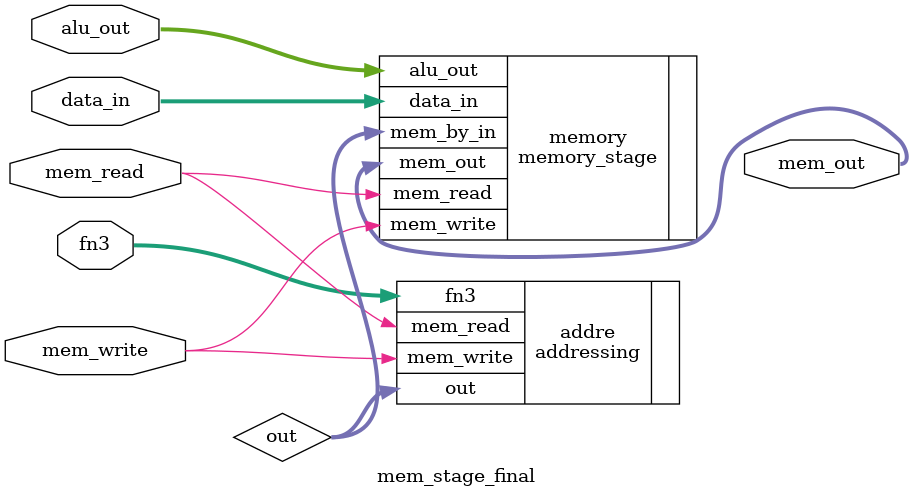
<source format=sv>
module mem_stage_final#(parameter N=32)(alu_out,data_in,mem_read,mem_write,mem_out,fn3);
input logic  [N-1:0]alu_out,data_in;
input logic mem_read,mem_write;
output logic [N-1:0]mem_out;
input logic [2:0]fn3;
(* KEEP = "TRUE" *) wire [1:0]out;
(* DONT_TOUCH = "TRUE" *) memory_stage memory (.mem_by_in(out),.alu_out(alu_out),.mem_read(mem_read),.mem_write(mem_write),.data_in(data_in),.mem_out(mem_out));
(* DONT_TOUCH = "TRUE" *) addressing addre (.fn3(fn3),.out(out),.mem_read(mem_read),.mem_write(mem_write));
endmodule

</source>
